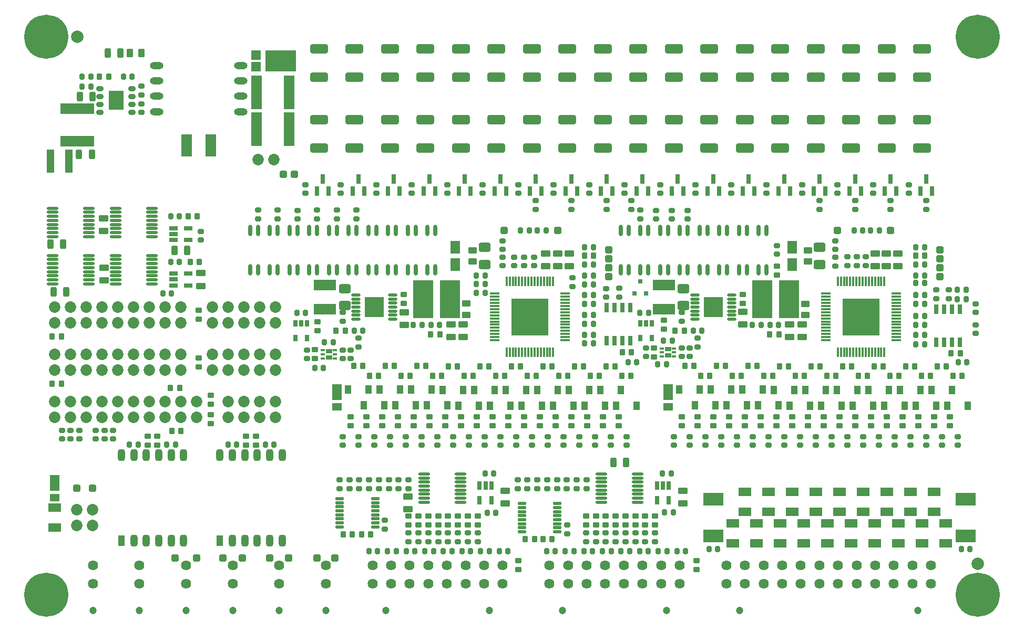
<source format=gts>
G04*
G04 #@! TF.GenerationSoftware,Altium Limited,Altium Designer,21.4.1 (30)*
G04*
G04 Layer_Color=8388736*
%FSLAX25Y25*%
%MOIN*%
G70*
G04*
G04 #@! TF.SameCoordinates,3F7B9525-E0B4-4A28-A4E6-3C1D8492A5F8*
G04*
G04*
G04 #@! TF.FilePolarity,Negative*
G04*
G01*
G75*
G04:AMPARAMS|DCode=63|XSize=61.09mil|YSize=39.43mil|CornerRadius=9.09mil|HoleSize=0mil|Usage=FLASHONLY|Rotation=270.000|XOffset=0mil|YOffset=0mil|HoleType=Round|Shape=RoundedRectangle|*
%AMROUNDEDRECTD63*
21,1,0.06109,0.02126,0,0,270.0*
21,1,0.04291,0.03943,0,0,270.0*
1,1,0.01817,-0.01063,-0.02146*
1,1,0.01817,-0.01063,0.02146*
1,1,0.01817,0.01063,0.02146*
1,1,0.01817,0.01063,-0.02146*
%
%ADD63ROUNDEDRECTD63*%
%ADD64R,0.21660X0.06502*%
%ADD65R,0.06502X0.21660*%
G04:AMPARAMS|DCode=66|XSize=39.43mil|YSize=31.56mil|CornerRadius=8.89mil|HoleSize=0mil|Usage=FLASHONLY|Rotation=0.000|XOffset=0mil|YOffset=0mil|HoleType=Round|Shape=RoundedRectangle|*
%AMROUNDEDRECTD66*
21,1,0.03943,0.01378,0,0,0.0*
21,1,0.02165,0.03156,0,0,0.0*
1,1,0.01778,0.01083,-0.00689*
1,1,0.01778,-0.01083,-0.00689*
1,1,0.01778,-0.01083,0.00689*
1,1,0.01778,0.01083,0.00689*
%
%ADD66ROUNDEDRECTD66*%
G04:AMPARAMS|DCode=67|XSize=41.4mil|YSize=33.53mil|CornerRadius=9.38mil|HoleSize=0mil|Usage=FLASHONLY|Rotation=0.000|XOffset=0mil|YOffset=0mil|HoleType=Round|Shape=RoundedRectangle|*
%AMROUNDEDRECTD67*
21,1,0.04140,0.01476,0,0,0.0*
21,1,0.02264,0.03353,0,0,0.0*
1,1,0.01876,0.01132,-0.00738*
1,1,0.01876,-0.01132,-0.00738*
1,1,0.01876,-0.01132,0.00738*
1,1,0.01876,0.01132,0.00738*
%
%ADD67ROUNDEDRECTD67*%
%ADD68R,0.08392X0.05518*%
%ADD69R,0.12802X0.08117*%
G04:AMPARAMS|DCode=70|XSize=61.09mil|YSize=39.43mil|CornerRadius=9.09mil|HoleSize=0mil|Usage=FLASHONLY|Rotation=0.000|XOffset=0mil|YOffset=0mil|HoleType=Round|Shape=RoundedRectangle|*
%AMROUNDEDRECTD70*
21,1,0.06109,0.02126,0,0,0.0*
21,1,0.04291,0.03943,0,0,0.0*
1,1,0.01817,0.02146,-0.01063*
1,1,0.01817,-0.02146,-0.01063*
1,1,0.01817,-0.02146,0.01063*
1,1,0.01817,0.02146,0.01063*
%
%ADD70ROUNDEDRECTD70*%
G04:AMPARAMS|DCode=71|XSize=39.43mil|YSize=31.56mil|CornerRadius=8.89mil|HoleSize=0mil|Usage=FLASHONLY|Rotation=270.000|XOffset=0mil|YOffset=0mil|HoleType=Round|Shape=RoundedRectangle|*
%AMROUNDEDRECTD71*
21,1,0.03943,0.01378,0,0,270.0*
21,1,0.02165,0.03156,0,0,270.0*
1,1,0.01778,-0.00689,-0.01083*
1,1,0.01778,-0.00689,0.01083*
1,1,0.01778,0.00689,0.01083*
1,1,0.01778,0.00689,-0.01083*
%
%ADD71ROUNDEDRECTD71*%
G04:AMPARAMS|DCode=72|XSize=43.37mil|YSize=43.37mil|CornerRadius=5.94mil|HoleSize=0mil|Usage=FLASHONLY|Rotation=180.000|XOffset=0mil|YOffset=0mil|HoleType=Round|Shape=RoundedRectangle|*
%AMROUNDEDRECTD72*
21,1,0.04337,0.03150,0,0,180.0*
21,1,0.03150,0.04337,0,0,180.0*
1,1,0.01187,-0.01575,0.01575*
1,1,0.01187,0.01575,0.01575*
1,1,0.01187,0.01575,-0.01575*
1,1,0.01187,-0.01575,-0.01575*
%
%ADD72ROUNDEDRECTD72*%
%ADD73O,0.02762X0.07290*%
G04:AMPARAMS|DCode=74|XSize=74.87mil|YSize=57.15mil|CornerRadius=9.97mil|HoleSize=0mil|Usage=FLASHONLY|Rotation=180.000|XOffset=0mil|YOffset=0mil|HoleType=Round|Shape=RoundedRectangle|*
%AMROUNDEDRECTD74*
21,1,0.07487,0.03720,0,0,180.0*
21,1,0.05492,0.05715,0,0,180.0*
1,1,0.01995,-0.02746,0.01860*
1,1,0.01995,0.02746,0.01860*
1,1,0.01995,0.02746,-0.01860*
1,1,0.01995,-0.02746,-0.01860*
%
%ADD74ROUNDEDRECTD74*%
G04:AMPARAMS|DCode=75|XSize=41.4mil|YSize=33.53mil|CornerRadius=9.38mil|HoleSize=0mil|Usage=FLASHONLY|Rotation=90.000|XOffset=0mil|YOffset=0mil|HoleType=Round|Shape=RoundedRectangle|*
%AMROUNDEDRECTD75*
21,1,0.04140,0.01476,0,0,90.0*
21,1,0.02264,0.03353,0,0,90.0*
1,1,0.01876,0.00738,0.01132*
1,1,0.01876,0.00738,-0.01132*
1,1,0.01876,-0.00738,-0.01132*
1,1,0.01876,-0.00738,0.01132*
%
%ADD75ROUNDEDRECTD75*%
%ADD76R,0.03983X0.05203*%
%ADD77R,0.12998X0.24022*%
%ADD78R,0.14179X0.06699*%
%ADD79R,0.23392X0.23392*%
%ADD80R,0.01581X0.05912*%
%ADD81R,0.05912X0.01581*%
%ADD82O,0.07684X0.01778*%
%ADD83R,0.06109X0.08471*%
%ADD84R,0.02762X0.05912*%
G04:AMPARAMS|DCode=85|XSize=55.18mil|YSize=41.4mil|CornerRadius=9.48mil|HoleSize=0mil|Usage=FLASHONLY|Rotation=0.000|XOffset=0mil|YOffset=0mil|HoleType=Round|Shape=RoundedRectangle|*
%AMROUNDEDRECTD85*
21,1,0.05518,0.02244,0,0,0.0*
21,1,0.03622,0.04140,0,0,0.0*
1,1,0.01896,0.01811,-0.01122*
1,1,0.01896,-0.01811,-0.01122*
1,1,0.01896,-0.01811,0.01122*
1,1,0.01896,0.01811,0.01122*
%
%ADD85ROUNDEDRECTD85*%
G04:AMPARAMS|DCode=86|XSize=43.37mil|YSize=43.37mil|CornerRadius=5.94mil|HoleSize=0mil|Usage=FLASHONLY|Rotation=90.000|XOffset=0mil|YOffset=0mil|HoleType=Round|Shape=RoundedRectangle|*
%AMROUNDEDRECTD86*
21,1,0.04337,0.03150,0,0,90.0*
21,1,0.03150,0.04337,0,0,90.0*
1,1,0.01187,0.01575,0.01575*
1,1,0.01187,0.01575,-0.01575*
1,1,0.01187,-0.01575,-0.01575*
1,1,0.01187,-0.01575,0.01575*
%
%ADD86ROUNDEDRECTD86*%
%ADD87R,0.06699X0.14179*%
%ADD88R,0.06306X0.09849*%
%ADD89R,0.06306X0.04534*%
G04:AMPARAMS|DCode=90|XSize=27.62mil|YSize=63.06mil|CornerRadius=7.91mil|HoleSize=0mil|Usage=FLASHONLY|Rotation=0.000|XOffset=0mil|YOffset=0mil|HoleType=Round|Shape=RoundedRectangle|*
%AMROUNDEDRECTD90*
21,1,0.02762,0.04724,0,0,0.0*
21,1,0.01181,0.06306,0,0,0.0*
1,1,0.01581,0.00591,-0.02362*
1,1,0.01581,-0.00591,-0.02362*
1,1,0.01581,-0.00591,0.02362*
1,1,0.01581,0.00591,0.02362*
%
%ADD90ROUNDEDRECTD90*%
%ADD91R,0.02762X0.03156*%
%ADD92R,0.02959X0.03943*%
%ADD93R,0.05518X0.03156*%
%ADD94R,0.03156X0.05518*%
%ADD95R,0.04400X0.07150*%
G04:AMPARAMS|DCode=96|XSize=71.5mil|YSize=44mil|CornerRadius=12mil|HoleSize=0mil|Usage=FLASHONLY|Rotation=90.000|XOffset=0mil|YOffset=0mil|HoleType=Round|Shape=RoundedRectangle|*
%AMROUNDEDRECTD96*
21,1,0.07150,0.02000,0,0,90.0*
21,1,0.04750,0.04400,0,0,90.0*
1,1,0.02400,0.01000,0.02375*
1,1,0.02400,0.01000,-0.02375*
1,1,0.02400,-0.01000,-0.02375*
1,1,0.02400,-0.01000,0.02375*
%
%ADD96ROUNDEDRECTD96*%
%ADD97O,0.08589X0.04613*%
G04:AMPARAMS|DCode=98|XSize=110.3mil|YSize=57.15mil|CornerRadius=9.97mil|HoleSize=0mil|Usage=FLASHONLY|Rotation=180.000|XOffset=0mil|YOffset=0mil|HoleType=Round|Shape=RoundedRectangle|*
%AMROUNDEDRECTD98*
21,1,0.11030,0.03720,0,0,180.0*
21,1,0.09035,0.05715,0,0,180.0*
1,1,0.01995,-0.04518,0.01860*
1,1,0.01995,0.04518,0.01860*
1,1,0.01995,0.04518,-0.01860*
1,1,0.01995,-0.04518,-0.01860*
%
%ADD98ROUNDEDRECTD98*%
G04:AMPARAMS|DCode=99|XSize=55.18mil|YSize=41.4mil|CornerRadius=9.48mil|HoleSize=0mil|Usage=FLASHONLY|Rotation=270.000|XOffset=0mil|YOffset=0mil|HoleType=Round|Shape=RoundedRectangle|*
%AMROUNDEDRECTD99*
21,1,0.05518,0.02244,0,0,270.0*
21,1,0.03622,0.04140,0,0,270.0*
1,1,0.01896,-0.01122,-0.01811*
1,1,0.01896,-0.01122,0.01811*
1,1,0.01896,0.01122,0.01811*
1,1,0.01896,0.01122,-0.01811*
%
%ADD99ROUNDEDRECTD99*%
%ADD100R,0.04731X0.14967*%
%ADD101O,0.04900X0.03392*%
%ADD102R,0.09298X0.12172*%
%ADD103R,0.19534X0.13628*%
%ADD104R,0.05872X0.05912*%
%ADD105R,0.03156X0.01581*%
%ADD106R,0.04337X0.03038*%
%ADD107R,0.12211X0.12605*%
%ADD108O,0.05912X0.02172*%
G04:AMPARAMS|DCode=109|XSize=19.75mil|YSize=51.24mil|CornerRadius=3.97mil|HoleSize=0mil|Usage=FLASHONLY|Rotation=270.000|XOffset=0mil|YOffset=0mil|HoleType=Round|Shape=RoundedRectangle|*
%AMROUNDEDRECTD109*
21,1,0.01975,0.04331,0,0,270.0*
21,1,0.01181,0.05124,0,0,270.0*
1,1,0.00794,-0.02165,-0.00591*
1,1,0.00794,-0.02165,0.00591*
1,1,0.00794,0.02165,0.00591*
1,1,0.00794,0.02165,-0.00591*
%
%ADD109ROUNDEDRECTD109*%
%ADD110C,0.07874*%
%ADD111C,0.04737*%
%ADD112C,0.06400*%
%ADD113C,0.07290*%
%ADD114C,0.27959*%
D63*
X48410Y299375D02*
D03*
X40340D02*
D03*
X32249Y212079D02*
D03*
X24178D02*
D03*
X108956Y238451D02*
D03*
X100886D02*
D03*
X379090Y103750D02*
D03*
X387160D02*
D03*
X30236Y242329D02*
D03*
X22166D02*
D03*
X66535Y363750D02*
D03*
X58465D02*
D03*
X40965Y336250D02*
D03*
X49035D02*
D03*
D64*
X39375Y307790D02*
D03*
Y328460D02*
D03*
D65*
X152790Y315625D02*
D03*
X173460D02*
D03*
X152790Y338750D02*
D03*
X173460D02*
D03*
D66*
X293125Y53494D02*
D03*
Y59006D02*
D03*
X286875Y53494D02*
D03*
Y59006D02*
D03*
X280625Y53494D02*
D03*
Y59006D02*
D03*
X274375Y53494D02*
D03*
Y59006D02*
D03*
X268125Y53494D02*
D03*
Y59006D02*
D03*
X261875Y53494D02*
D03*
Y59006D02*
D03*
X255625Y53494D02*
D03*
Y59006D02*
D03*
X249375Y53494D02*
D03*
Y59006D02*
D03*
X405625Y53494D02*
D03*
Y59006D02*
D03*
X399375Y53494D02*
D03*
Y59006D02*
D03*
X393125Y53494D02*
D03*
Y59006D02*
D03*
X386875Y53494D02*
D03*
Y59006D02*
D03*
X380625Y53494D02*
D03*
Y59006D02*
D03*
X374375Y53494D02*
D03*
Y59006D02*
D03*
X368125Y53494D02*
D03*
Y59006D02*
D03*
X361875Y53494D02*
D03*
Y59006D02*
D03*
X543750Y280256D02*
D03*
Y274744D02*
D03*
X566606Y280256D02*
D03*
Y274744D02*
D03*
X453750Y280256D02*
D03*
Y274744D02*
D03*
X431250Y280256D02*
D03*
Y274744D02*
D03*
X520000Y239119D02*
D03*
Y244631D02*
D03*
X408750Y280256D02*
D03*
Y274744D02*
D03*
X386250Y280256D02*
D03*
Y274744D02*
D03*
X483022Y235994D02*
D03*
Y241506D02*
D03*
X567421Y114695D02*
D03*
Y120207D02*
D03*
X587421Y114695D02*
D03*
Y120207D02*
D03*
X273750Y280256D02*
D03*
Y274744D02*
D03*
X251250Y280256D02*
D03*
Y274744D02*
D03*
X517421Y114695D02*
D03*
Y120207D02*
D03*
X497421Y114695D02*
D03*
Y120207D02*
D03*
X328750Y228691D02*
D03*
Y234203D02*
D03*
X228750Y280256D02*
D03*
Y274744D02*
D03*
X206250Y280256D02*
D03*
Y274744D02*
D03*
X477421Y114695D02*
D03*
Y120207D02*
D03*
X457500Y114744D02*
D03*
Y120256D02*
D03*
X362165Y87247D02*
D03*
Y92759D02*
D03*
X349665Y87247D02*
D03*
Y92759D02*
D03*
X337165Y87247D02*
D03*
Y92759D02*
D03*
X324665Y87247D02*
D03*
Y92759D02*
D03*
X382766Y208807D02*
D03*
Y214319D02*
D03*
X367421Y114695D02*
D03*
Y120207D02*
D03*
X347421Y114695D02*
D03*
Y120207D02*
D03*
X327421Y114695D02*
D03*
Y120207D02*
D03*
X62000Y118744D02*
D03*
Y124256D02*
D03*
X56500Y118744D02*
D03*
Y124256D02*
D03*
X532500Y270000D02*
D03*
Y264488D02*
D03*
X498750Y280256D02*
D03*
Y274744D02*
D03*
X476250Y280256D02*
D03*
Y274744D02*
D03*
X577500Y270000D02*
D03*
Y264488D02*
D03*
X591875Y207869D02*
D03*
Y213381D02*
D03*
X390689Y270000D02*
D03*
Y264488D02*
D03*
X352500Y270000D02*
D03*
Y264488D02*
D03*
X426250Y263957D02*
D03*
Y258445D02*
D03*
X406250Y263957D02*
D03*
Y258445D02*
D03*
X296250Y280256D02*
D03*
Y274744D02*
D03*
X547421Y114695D02*
D03*
Y120207D02*
D03*
X533449Y234400D02*
D03*
Y228888D02*
D03*
X520000Y228494D02*
D03*
Y234006D02*
D03*
X216250Y264006D02*
D03*
Y258494D02*
D03*
X308750Y239119D02*
D03*
Y244631D02*
D03*
X316250Y228691D02*
D03*
Y234203D02*
D03*
X191250Y264006D02*
D03*
Y258494D02*
D03*
X437500Y114744D02*
D03*
Y120256D02*
D03*
X166250Y264006D02*
D03*
Y258494D02*
D03*
X417500Y114744D02*
D03*
Y120256D02*
D03*
X318415Y87247D02*
D03*
Y92759D02*
D03*
X377421Y114695D02*
D03*
Y120207D02*
D03*
X205531Y87146D02*
D03*
Y92658D02*
D03*
X218031Y87146D02*
D03*
Y92658D02*
D03*
X422500Y193494D02*
D03*
Y199006D02*
D03*
X117500Y250541D02*
D03*
Y245029D02*
D03*
X243031Y87146D02*
D03*
Y92658D02*
D03*
X230531Y87146D02*
D03*
Y92658D02*
D03*
X307421Y114695D02*
D03*
Y120207D02*
D03*
X287421Y114695D02*
D03*
Y120207D02*
D03*
X267421Y114695D02*
D03*
Y120207D02*
D03*
X257500Y114744D02*
D03*
Y120256D02*
D03*
X237500Y114744D02*
D03*
Y120256D02*
D03*
X217500Y114744D02*
D03*
Y120256D02*
D03*
X35000Y118744D02*
D03*
Y124256D02*
D03*
X29500Y118744D02*
D03*
Y124256D02*
D03*
X583750Y207869D02*
D03*
Y213381D02*
D03*
X330000Y270000D02*
D03*
Y264488D02*
D03*
X527500Y228888D02*
D03*
Y234400D02*
D03*
X557421Y114695D02*
D03*
Y120207D02*
D03*
X577421Y114695D02*
D03*
Y120207D02*
D03*
X527421Y114695D02*
D03*
Y120207D02*
D03*
X507421Y114695D02*
D03*
Y120207D02*
D03*
X597421Y114695D02*
D03*
Y120207D02*
D03*
X487421Y114695D02*
D03*
Y120207D02*
D03*
X467500Y114744D02*
D03*
Y120256D02*
D03*
X447500Y114744D02*
D03*
Y120256D02*
D03*
X355915Y87247D02*
D03*
Y92759D02*
D03*
X343415Y87247D02*
D03*
Y92759D02*
D03*
X330915Y87247D02*
D03*
Y92759D02*
D03*
X357421Y114695D02*
D03*
Y120207D02*
D03*
X337421Y114695D02*
D03*
Y120207D02*
D03*
X207500Y193494D02*
D03*
Y199006D02*
D03*
X40500Y118744D02*
D03*
Y124256D02*
D03*
X510000Y270000D02*
D03*
Y264488D02*
D03*
X521250Y280256D02*
D03*
Y274744D02*
D03*
X555000Y270000D02*
D03*
Y264488D02*
D03*
X375000Y270000D02*
D03*
Y264488D02*
D03*
X416250Y263957D02*
D03*
Y258445D02*
D03*
X396229Y264006D02*
D03*
Y258494D02*
D03*
X363750Y280256D02*
D03*
Y274744D02*
D03*
X341250Y280256D02*
D03*
Y274744D02*
D03*
X318750Y280256D02*
D03*
Y274744D02*
D03*
X537421Y114695D02*
D03*
Y120207D02*
D03*
X539094Y228888D02*
D03*
Y234400D02*
D03*
X203750Y264006D02*
D03*
Y258494D02*
D03*
X308750Y228691D02*
D03*
Y234203D02*
D03*
X178750Y263957D02*
D03*
Y258445D02*
D03*
X183750Y280256D02*
D03*
Y274744D02*
D03*
X427500Y114744D02*
D03*
Y120256D02*
D03*
X322500Y234203D02*
D03*
Y228691D02*
D03*
X374547Y208794D02*
D03*
Y214306D02*
D03*
X153750Y264006D02*
D03*
Y258494D02*
D03*
X387421Y114695D02*
D03*
Y120207D02*
D03*
X211781Y87146D02*
D03*
Y92658D02*
D03*
X249281Y87146D02*
D03*
Y92658D02*
D03*
X224281Y87146D02*
D03*
Y92658D02*
D03*
X236781Y87146D02*
D03*
Y92658D02*
D03*
X317421Y114695D02*
D03*
Y120207D02*
D03*
X297421Y114695D02*
D03*
Y120207D02*
D03*
X277421Y114695D02*
D03*
Y120207D02*
D03*
X227500Y114744D02*
D03*
Y120256D02*
D03*
X247500Y114744D02*
D03*
Y120256D02*
D03*
X207500Y114744D02*
D03*
Y120256D02*
D03*
X51000Y118744D02*
D03*
Y124256D02*
D03*
X80000Y325994D02*
D03*
Y331506D02*
D03*
X234375Y67131D02*
D03*
Y61619D02*
D03*
X350000Y64006D02*
D03*
Y58494D02*
D03*
X353250Y221072D02*
D03*
Y215560D02*
D03*
X609000Y204506D02*
D03*
Y198994D02*
D03*
Y191256D02*
D03*
Y185744D02*
D03*
X432500Y182756D02*
D03*
Y177244D02*
D03*
X217500D02*
D03*
Y182756D02*
D03*
X184990Y175256D02*
D03*
Y169744D02*
D03*
X212500Y175256D02*
D03*
Y169744D02*
D03*
X207500Y175256D02*
D03*
Y169744D02*
D03*
X400000Y176506D02*
D03*
Y170994D02*
D03*
X427500Y176506D02*
D03*
Y170994D02*
D03*
X422500Y176506D02*
D03*
Y170994D02*
D03*
X80000Y342756D02*
D03*
Y337244D02*
D03*
D67*
X249375Y64021D02*
D03*
Y69729D02*
D03*
X255625Y64021D02*
D03*
Y69729D02*
D03*
X261875Y64021D02*
D03*
Y69729D02*
D03*
X268125Y64021D02*
D03*
Y69729D02*
D03*
X274375Y64021D02*
D03*
Y69729D02*
D03*
X280625Y64021D02*
D03*
Y69729D02*
D03*
X286875Y64021D02*
D03*
Y69729D02*
D03*
X293125Y64021D02*
D03*
Y69729D02*
D03*
X361875Y64021D02*
D03*
Y69729D02*
D03*
X368125Y64021D02*
D03*
Y69729D02*
D03*
X374375Y64021D02*
D03*
Y69729D02*
D03*
X380625Y64021D02*
D03*
Y69729D02*
D03*
X386875Y64021D02*
D03*
Y69729D02*
D03*
X393125Y64021D02*
D03*
Y69729D02*
D03*
X399375Y64021D02*
D03*
Y69729D02*
D03*
X405625Y64021D02*
D03*
Y69729D02*
D03*
X318750Y35896D02*
D03*
Y41604D02*
D03*
X592421Y132805D02*
D03*
Y127097D02*
D03*
X483022Y222702D02*
D03*
Y228411D02*
D03*
X462500Y132854D02*
D03*
Y127146D02*
D03*
X442500Y132854D02*
D03*
Y127146D02*
D03*
X461250Y210354D02*
D03*
Y204646D02*
D03*
X422500Y132854D02*
D03*
Y127146D02*
D03*
X372421Y132805D02*
D03*
Y127097D02*
D03*
X352421Y132805D02*
D03*
Y127097D02*
D03*
X116250Y194646D02*
D03*
Y200354D02*
D03*
X262500Y132854D02*
D03*
Y127146D02*
D03*
X242500Y132854D02*
D03*
Y127146D02*
D03*
X222500Y132854D02*
D03*
Y127146D02*
D03*
X431875Y35896D02*
D03*
Y41604D02*
D03*
X582421Y132805D02*
D03*
Y127097D02*
D03*
X562421Y132805D02*
D03*
Y127097D02*
D03*
X542421Y132805D02*
D03*
Y127097D02*
D03*
X522421Y132805D02*
D03*
Y127097D02*
D03*
X502421Y132805D02*
D03*
Y127097D02*
D03*
X482500Y132854D02*
D03*
Y127146D02*
D03*
X411250Y194104D02*
D03*
Y188396D02*
D03*
X342421Y132805D02*
D03*
Y127097D02*
D03*
X322421Y132805D02*
D03*
Y127097D02*
D03*
X302421Y132805D02*
D03*
Y127097D02*
D03*
X282421Y132805D02*
D03*
Y127097D02*
D03*
X191644Y193209D02*
D03*
Y187500D02*
D03*
X146250Y120354D02*
D03*
Y114646D02*
D03*
X123750Y134104D02*
D03*
Y128396D02*
D03*
X90000Y120354D02*
D03*
Y114646D02*
D03*
X472500Y132854D02*
D03*
Y127146D02*
D03*
X452500Y132854D02*
D03*
Y127146D02*
D03*
X432500Y132854D02*
D03*
Y127146D02*
D03*
X382421Y132805D02*
D03*
Y127097D02*
D03*
X362421Y132805D02*
D03*
Y127097D02*
D03*
X116171Y164597D02*
D03*
Y170305D02*
D03*
X246250Y210354D02*
D03*
Y204646D02*
D03*
X252500Y132854D02*
D03*
Y127146D02*
D03*
X232500Y132854D02*
D03*
Y127146D02*
D03*
X212500Y132854D02*
D03*
Y127146D02*
D03*
X123750Y140896D02*
D03*
Y146604D02*
D03*
X572421Y132805D02*
D03*
Y127097D02*
D03*
X552421Y132805D02*
D03*
Y127097D02*
D03*
X532421Y132805D02*
D03*
Y127097D02*
D03*
X512421Y132805D02*
D03*
Y127097D02*
D03*
X492421Y132805D02*
D03*
Y127097D02*
D03*
X332421Y132805D02*
D03*
Y127097D02*
D03*
X312421Y132805D02*
D03*
Y127097D02*
D03*
X292421Y132805D02*
D03*
Y127097D02*
D03*
X272421Y132805D02*
D03*
Y127097D02*
D03*
X152500Y120354D02*
D03*
Y114646D02*
D03*
X83750Y120354D02*
D03*
Y114646D02*
D03*
X190000Y169646D02*
D03*
Y175354D02*
D03*
X405000Y170896D02*
D03*
Y176604D02*
D03*
D68*
X485000Y65010D02*
D03*
Y52490D02*
D03*
X470000Y65010D02*
D03*
Y52490D02*
D03*
X560000Y65010D02*
D03*
Y52490D02*
D03*
X545000Y65010D02*
D03*
Y52490D02*
D03*
X530000Y65010D02*
D03*
Y52490D02*
D03*
X515000Y65010D02*
D03*
Y52490D02*
D03*
X500000Y65010D02*
D03*
Y52490D02*
D03*
X455000Y65010D02*
D03*
Y52490D02*
D03*
X590000Y65010D02*
D03*
Y52490D02*
D03*
X575000Y65010D02*
D03*
Y52490D02*
D03*
X567500Y85010D02*
D03*
Y72490D02*
D03*
X552500Y85010D02*
D03*
Y72490D02*
D03*
X537500Y85010D02*
D03*
Y72490D02*
D03*
X522500Y85010D02*
D03*
Y72490D02*
D03*
X507500Y85010D02*
D03*
Y72490D02*
D03*
X492500Y85010D02*
D03*
Y72490D02*
D03*
X477500Y85010D02*
D03*
Y72490D02*
D03*
X462500Y85010D02*
D03*
Y72490D02*
D03*
X582500Y85010D02*
D03*
Y72490D02*
D03*
X24921Y62490D02*
D03*
Y75010D02*
D03*
D69*
X442421Y80315D02*
D03*
Y57087D02*
D03*
X602500Y80364D02*
D03*
Y57136D02*
D03*
D70*
X423125Y77840D02*
D03*
Y85910D02*
D03*
X545250Y228465D02*
D03*
Y236535D02*
D03*
X336250Y228465D02*
D03*
Y236535D02*
D03*
X498750Y191535D02*
D03*
Y183465D02*
D03*
X117500Y224035D02*
D03*
Y215965D02*
D03*
X276250Y191535D02*
D03*
Y183465D02*
D03*
X246500Y199285D02*
D03*
Y191215D02*
D03*
X491000Y191535D02*
D03*
Y183465D02*
D03*
X461250Y199535D02*
D03*
Y191465D02*
D03*
X56321Y227629D02*
D03*
Y219559D02*
D03*
X559566Y228465D02*
D03*
Y236535D02*
D03*
X552250Y228465D02*
D03*
Y236535D02*
D03*
X351250Y228465D02*
D03*
Y236535D02*
D03*
X343750Y228465D02*
D03*
Y236535D02*
D03*
X310625Y77840D02*
D03*
Y85910D02*
D03*
X248750Y82160D02*
D03*
Y74090D02*
D03*
X56000Y258831D02*
D03*
Y250760D02*
D03*
X284000Y191535D02*
D03*
Y183465D02*
D03*
D71*
X417121Y72231D02*
D03*
X411609D02*
D03*
X576506Y217875D02*
D03*
X570994D02*
D03*
X576506Y222500D02*
D03*
X570994D02*
D03*
X576506Y178750D02*
D03*
X570994D02*
D03*
X576506Y240625D02*
D03*
X570994D02*
D03*
X576506Y191250D02*
D03*
X570994D02*
D03*
X576506Y196875D02*
D03*
X570994D02*
D03*
X320369Y251250D02*
D03*
X325881D02*
D03*
X365957Y47483D02*
D03*
X360445D02*
D03*
X366506Y216875D02*
D03*
X360994D02*
D03*
X366506Y229375D02*
D03*
X360994D02*
D03*
X300518Y47382D02*
D03*
X295006D02*
D03*
X472756Y191250D02*
D03*
X467244D02*
D03*
X366427Y179547D02*
D03*
X360915D02*
D03*
X304621Y71875D02*
D03*
X299109D02*
D03*
X276896Y47382D02*
D03*
X271384D02*
D03*
X429744Y187500D02*
D03*
X435256D02*
D03*
X253273Y47382D02*
D03*
X247761D02*
D03*
X229651D02*
D03*
X224139D02*
D03*
X98494Y260000D02*
D03*
X104006D02*
D03*
X98415Y231201D02*
D03*
X103927D02*
D03*
X388415Y167500D02*
D03*
X393927D02*
D03*
X214744Y187500D02*
D03*
X220256D02*
D03*
X257756Y191250D02*
D03*
X252244D02*
D03*
X134744Y115000D02*
D03*
X140256D02*
D03*
X576506Y210000D02*
D03*
X570994D02*
D03*
X531811Y251250D02*
D03*
X537323D02*
D03*
X547756Y251250D02*
D03*
X542244D02*
D03*
X576506Y204375D02*
D03*
X570994D02*
D03*
X413201Y47483D02*
D03*
X407689D02*
D03*
X389579D02*
D03*
X384067D02*
D03*
X336506Y251250D02*
D03*
X330994D02*
D03*
X342335Y47483D02*
D03*
X336823D02*
D03*
X597869Y167375D02*
D03*
X603381D02*
D03*
X366506Y222500D02*
D03*
X360994D02*
D03*
X410369Y96875D02*
D03*
X415881D02*
D03*
X484006Y191250D02*
D03*
X478494D02*
D03*
X366506Y197500D02*
D03*
X360994D02*
D03*
X395994Y198750D02*
D03*
X401506D02*
D03*
X366506Y191875D02*
D03*
X360994D02*
D03*
X265085Y47382D02*
D03*
X259573D02*
D03*
X425012Y47483D02*
D03*
X419500D02*
D03*
X576506Y184705D02*
D03*
X570994D02*
D03*
X576506Y229375D02*
D03*
X570994D02*
D03*
X377768Y47483D02*
D03*
X372256D02*
D03*
X312329Y47382D02*
D03*
X306817D02*
D03*
X366506Y240625D02*
D03*
X360994D02*
D03*
X366427Y184921D02*
D03*
X360915D02*
D03*
X366506Y210000D02*
D03*
X360994D02*
D03*
X288707Y47382D02*
D03*
X283195D02*
D03*
X297869Y96875D02*
D03*
X303381D02*
D03*
X241462Y47382D02*
D03*
X235950D02*
D03*
X99006Y211250D02*
D03*
X93494D02*
D03*
X269006Y191250D02*
D03*
X263494D02*
D03*
X72244Y115000D02*
D03*
X77756D02*
D03*
X401390Y47483D02*
D03*
X395878D02*
D03*
X354146D02*
D03*
X348634D02*
D03*
X366506Y204375D02*
D03*
X360994D02*
D03*
X178494Y198750D02*
D03*
X184006D02*
D03*
X158494Y115000D02*
D03*
X164006D02*
D03*
X95994D02*
D03*
X101506D02*
D03*
X47756Y348750D02*
D03*
X42244D02*
D03*
X42244Y342500D02*
D03*
X47756D02*
D03*
X292244Y222500D02*
D03*
X297756D02*
D03*
X292244Y217000D02*
D03*
X297756D02*
D03*
X292244Y211500D02*
D03*
X297756D02*
D03*
X597369Y213381D02*
D03*
X602881D02*
D03*
X597369Y207341D02*
D03*
X602881D02*
D03*
X195994Y180000D02*
D03*
X201506D02*
D03*
X410994Y181250D02*
D03*
X416506D02*
D03*
X189744Y163750D02*
D03*
X195256D02*
D03*
X407244Y166250D02*
D03*
X412756D02*
D03*
X68494Y348750D02*
D03*
X74006D02*
D03*
X605256Y48750D02*
D03*
X599744D02*
D03*
X445335Y48799D02*
D03*
X439823D02*
D03*
D72*
X555000Y251250D02*
D03*
X586171Y233125D02*
D03*
X376250Y221875D02*
D03*
X343750Y251250D02*
D03*
X376250Y233125D02*
D03*
X586171Y221875D02*
D03*
X521250Y251250D02*
D03*
X376250Y238750D02*
D03*
Y227500D02*
D03*
X586250Y238750D02*
D03*
Y227500D02*
D03*
X310000Y251250D02*
D03*
D73*
X471250Y226250D02*
D03*
X476250D02*
D03*
X471250Y251250D02*
D03*
X476250D02*
D03*
X446250Y226250D02*
D03*
X451250D02*
D03*
X446250Y251250D02*
D03*
X451250D02*
D03*
X261250Y226250D02*
D03*
X266250D02*
D03*
X261250Y251250D02*
D03*
X266250D02*
D03*
X421250Y226250D02*
D03*
X426250D02*
D03*
X421250Y251250D02*
D03*
X426250D02*
D03*
X396250Y226250D02*
D03*
X401250D02*
D03*
X396250Y251250D02*
D03*
X401250D02*
D03*
X236250Y226250D02*
D03*
X241250D02*
D03*
X236250Y251250D02*
D03*
X241250D02*
D03*
X161250Y226250D02*
D03*
X166250D02*
D03*
X161250Y251250D02*
D03*
X166250D02*
D03*
X186250Y226250D02*
D03*
X191250D02*
D03*
X186250Y251250D02*
D03*
X191250D02*
D03*
X211250Y226250D02*
D03*
X216250D02*
D03*
X211250Y251250D02*
D03*
X216250D02*
D03*
X198750Y226250D02*
D03*
X203750D02*
D03*
X198750Y251250D02*
D03*
X203750D02*
D03*
X173750Y226250D02*
D03*
X178750D02*
D03*
X173750Y251250D02*
D03*
X178750D02*
D03*
X458750Y226250D02*
D03*
X463750D02*
D03*
X458750Y251250D02*
D03*
X463750D02*
D03*
X433750Y226250D02*
D03*
X438750D02*
D03*
X433750Y251250D02*
D03*
X438750D02*
D03*
X248750Y226250D02*
D03*
X253750D02*
D03*
X248750Y251250D02*
D03*
X253750D02*
D03*
X408750Y226250D02*
D03*
X413750D02*
D03*
X408750Y251250D02*
D03*
X413750D02*
D03*
X383750Y226250D02*
D03*
X388750D02*
D03*
X383750Y251250D02*
D03*
X388750D02*
D03*
X223750Y226250D02*
D03*
X228750D02*
D03*
X223750Y251250D02*
D03*
X228750D02*
D03*
X148750Y226250D02*
D03*
X153750D02*
D03*
X148750Y251250D02*
D03*
X153750D02*
D03*
D74*
X510000Y240413D02*
D03*
Y229587D02*
D03*
X297500Y240413D02*
D03*
Y229587D02*
D03*
X208750Y203337D02*
D03*
Y214163D02*
D03*
X423500Y203337D02*
D03*
Y214163D02*
D03*
D75*
X584567Y164951D02*
D03*
X590275D02*
D03*
X599104Y173125D02*
D03*
X593396D02*
D03*
X564567Y164951D02*
D03*
X570275D02*
D03*
X544567D02*
D03*
X550275D02*
D03*
X524567D02*
D03*
X530275D02*
D03*
X484567D02*
D03*
X490275D02*
D03*
X504567D02*
D03*
X510275D02*
D03*
X478396Y185000D02*
D03*
X484104D02*
D03*
X360896Y235000D02*
D03*
X366604D02*
D03*
X214646Y165000D02*
D03*
X220354D02*
D03*
X98396Y151250D02*
D03*
X104104D02*
D03*
X329104Y55000D02*
D03*
X323396D02*
D03*
X534646Y158750D02*
D03*
X540354D02*
D03*
X444646Y165000D02*
D03*
X450354D02*
D03*
X464646D02*
D03*
X470354D02*
D03*
X424646D02*
D03*
X430354D02*
D03*
X384980Y173809D02*
D03*
X390689D02*
D03*
X384646Y158750D02*
D03*
X390354D02*
D03*
X364646D02*
D03*
X370354D02*
D03*
X344646D02*
D03*
X350354D02*
D03*
X324646D02*
D03*
X330354D02*
D03*
X304646D02*
D03*
X310354D02*
D03*
X284646D02*
D03*
X290354D02*
D03*
X264646D02*
D03*
X270354D02*
D03*
X244646D02*
D03*
X250354D02*
D03*
X224646D02*
D03*
X230354D02*
D03*
X574646D02*
D03*
X580354D02*
D03*
X594646D02*
D03*
X600354D02*
D03*
X554695D02*
D03*
X560403D02*
D03*
X514646D02*
D03*
X520354D02*
D03*
X494646D02*
D03*
X500354D02*
D03*
X115354Y260000D02*
D03*
X109646D02*
D03*
X29104Y183750D02*
D03*
X23396D02*
D03*
X116525Y231201D02*
D03*
X110817D02*
D03*
X29104Y153750D02*
D03*
X23396D02*
D03*
X263396Y185000D02*
D03*
X269104D02*
D03*
X570896Y235000D02*
D03*
X576604D02*
D03*
X454646Y158750D02*
D03*
X460354D02*
D03*
X474646D02*
D03*
X480354D02*
D03*
X434646D02*
D03*
X440354D02*
D03*
X374567Y164951D02*
D03*
X380275D02*
D03*
X213479Y58125D02*
D03*
X207771D02*
D03*
X354567Y164951D02*
D03*
X360275D02*
D03*
X334567D02*
D03*
X340275D02*
D03*
X314567D02*
D03*
X320275D02*
D03*
X294567D02*
D03*
X300275D02*
D03*
X274567D02*
D03*
X280275D02*
D03*
X234646Y165000D02*
D03*
X240354D02*
D03*
X254646D02*
D03*
X260354D02*
D03*
X99212Y123750D02*
D03*
X104921D02*
D03*
X203396Y187500D02*
D03*
X209104D02*
D03*
X418396D02*
D03*
X424104D02*
D03*
X225119Y58125D02*
D03*
X219410D02*
D03*
X340354Y55000D02*
D03*
X334646D02*
D03*
X59104Y348750D02*
D03*
X53396D02*
D03*
D76*
X590984Y139951D02*
D03*
X603858D02*
D03*
X530984D02*
D03*
X543858D02*
D03*
X510984D02*
D03*
X523858D02*
D03*
X490984D02*
D03*
X503858D02*
D03*
X460984Y150000D02*
D03*
X473858D02*
D03*
X441063D02*
D03*
X453937D02*
D03*
X421063D02*
D03*
X433937D02*
D03*
X310984Y149951D02*
D03*
X323858D02*
D03*
X290984D02*
D03*
X303858D02*
D03*
X270984D02*
D03*
X283858D02*
D03*
X251063Y150000D02*
D03*
X263937D02*
D03*
X211063D02*
D03*
X223937D02*
D03*
X231063D02*
D03*
X243937D02*
D03*
X570984Y139951D02*
D03*
X583858D02*
D03*
X550984D02*
D03*
X563858D02*
D03*
X370984Y149951D02*
D03*
X383858D02*
D03*
X330984D02*
D03*
X343858D02*
D03*
X350984D02*
D03*
X363858D02*
D03*
X580984D02*
D03*
X593858D02*
D03*
X500984D02*
D03*
X513858D02*
D03*
X520984D02*
D03*
X533858D02*
D03*
X480984D02*
D03*
X493858D02*
D03*
X320984Y139951D02*
D03*
X333858D02*
D03*
X300984D02*
D03*
X313858D02*
D03*
X280984Y139951D02*
D03*
X293858D02*
D03*
X261063Y140000D02*
D03*
X273937D02*
D03*
X241063D02*
D03*
X253937D02*
D03*
X221063D02*
D03*
X233937D02*
D03*
X560984Y149951D02*
D03*
X573858D02*
D03*
X540984D02*
D03*
X553858D02*
D03*
X471063Y140000D02*
D03*
X483937D02*
D03*
X451063D02*
D03*
X463937D02*
D03*
X431063D02*
D03*
X443937D02*
D03*
X380984Y139951D02*
D03*
X393858D02*
D03*
X360984D02*
D03*
X373858D02*
D03*
X340984D02*
D03*
X353858D02*
D03*
D77*
X473535Y207500D02*
D03*
X490465D02*
D03*
X258535D02*
D03*
X275465D02*
D03*
D78*
X411250Y201073D02*
D03*
Y216427D02*
D03*
X196250Y201073D02*
D03*
Y216427D02*
D03*
D79*
X326250Y196250D02*
D03*
X536250D02*
D03*
D80*
X311486Y218691D02*
D03*
X313455D02*
D03*
X315423D02*
D03*
X317392D02*
D03*
X319360D02*
D03*
X321329D02*
D03*
X323297D02*
D03*
X325266D02*
D03*
X327234D02*
D03*
X329203D02*
D03*
X331171D02*
D03*
X333140D02*
D03*
X335108D02*
D03*
X337077D02*
D03*
X339045D02*
D03*
X341014D02*
D03*
Y173809D02*
D03*
X339045D02*
D03*
X337077D02*
D03*
X335108D02*
D03*
X333140D02*
D03*
X331171D02*
D03*
X329203D02*
D03*
X327234D02*
D03*
X325266D02*
D03*
X323297D02*
D03*
X321329D02*
D03*
X319360D02*
D03*
X317392D02*
D03*
X315423D02*
D03*
X313455D02*
D03*
X311486D02*
D03*
X521486Y218691D02*
D03*
X523455D02*
D03*
X525423D02*
D03*
X527392D02*
D03*
X529360D02*
D03*
X531329D02*
D03*
X533297D02*
D03*
X535266D02*
D03*
X537234D02*
D03*
X539203D02*
D03*
X541171D02*
D03*
X543140D02*
D03*
X545108D02*
D03*
X547077D02*
D03*
X549045D02*
D03*
X551014D02*
D03*
Y173809D02*
D03*
X549045D02*
D03*
X547077D02*
D03*
X545108D02*
D03*
X543140D02*
D03*
X541171D02*
D03*
X539203D02*
D03*
X537234D02*
D03*
X535266D02*
D03*
X533297D02*
D03*
X531329D02*
D03*
X529360D02*
D03*
X527392D02*
D03*
X525423D02*
D03*
X523455D02*
D03*
X521486D02*
D03*
D81*
X348691Y211014D02*
D03*
Y209045D02*
D03*
Y207077D02*
D03*
Y205108D02*
D03*
Y203140D02*
D03*
Y201171D02*
D03*
Y199203D02*
D03*
Y197234D02*
D03*
Y195266D02*
D03*
Y193297D02*
D03*
Y191329D02*
D03*
Y189360D02*
D03*
Y187392D02*
D03*
Y185423D02*
D03*
Y183455D02*
D03*
Y181486D02*
D03*
X303809D02*
D03*
Y183455D02*
D03*
Y185423D02*
D03*
Y187392D02*
D03*
Y189360D02*
D03*
Y191329D02*
D03*
Y193297D02*
D03*
Y195266D02*
D03*
Y197234D02*
D03*
Y199203D02*
D03*
Y201171D02*
D03*
Y203140D02*
D03*
Y205108D02*
D03*
Y207077D02*
D03*
Y209045D02*
D03*
Y211014D02*
D03*
X558691D02*
D03*
Y209045D02*
D03*
Y207077D02*
D03*
Y205108D02*
D03*
Y203140D02*
D03*
Y201171D02*
D03*
Y199203D02*
D03*
Y197234D02*
D03*
Y195266D02*
D03*
Y193297D02*
D03*
Y191329D02*
D03*
Y189360D02*
D03*
Y187392D02*
D03*
Y185423D02*
D03*
Y183455D02*
D03*
Y181486D02*
D03*
X513809D02*
D03*
Y183455D02*
D03*
Y185423D02*
D03*
Y187392D02*
D03*
Y189360D02*
D03*
Y191329D02*
D03*
Y193297D02*
D03*
Y195266D02*
D03*
Y197234D02*
D03*
Y199203D02*
D03*
Y201171D02*
D03*
Y203140D02*
D03*
Y205108D02*
D03*
Y207077D02*
D03*
Y209045D02*
D03*
Y211014D02*
D03*
D82*
X46516Y217293D02*
D03*
Y219852D02*
D03*
Y222411D02*
D03*
Y224971D02*
D03*
Y227530D02*
D03*
Y230089D02*
D03*
Y232648D02*
D03*
Y235207D02*
D03*
X23484Y217293D02*
D03*
Y219852D02*
D03*
Y222411D02*
D03*
Y224971D02*
D03*
Y227530D02*
D03*
Y230089D02*
D03*
Y232648D02*
D03*
Y235207D02*
D03*
X282141Y78543D02*
D03*
Y81102D02*
D03*
Y83661D02*
D03*
Y86221D02*
D03*
Y88779D02*
D03*
Y91339D02*
D03*
Y93898D02*
D03*
Y96457D02*
D03*
X259109Y78543D02*
D03*
Y81102D02*
D03*
Y83661D02*
D03*
Y86221D02*
D03*
Y88779D02*
D03*
Y91339D02*
D03*
Y93898D02*
D03*
Y96457D02*
D03*
X86516Y247293D02*
D03*
Y249852D02*
D03*
Y252411D02*
D03*
Y254971D02*
D03*
Y257529D02*
D03*
Y260089D02*
D03*
Y262648D02*
D03*
Y265207D02*
D03*
X63484Y247293D02*
D03*
Y249852D02*
D03*
Y252411D02*
D03*
Y254971D02*
D03*
Y257529D02*
D03*
Y260089D02*
D03*
Y262648D02*
D03*
Y265207D02*
D03*
X86516Y217293D02*
D03*
Y219852D02*
D03*
Y222411D02*
D03*
Y224971D02*
D03*
Y227530D02*
D03*
Y230089D02*
D03*
Y232648D02*
D03*
Y235207D02*
D03*
X63484Y217293D02*
D03*
Y219852D02*
D03*
Y222411D02*
D03*
Y224971D02*
D03*
Y227530D02*
D03*
Y230089D02*
D03*
Y232648D02*
D03*
Y235207D02*
D03*
X394641Y78543D02*
D03*
Y81102D02*
D03*
Y83661D02*
D03*
Y86221D02*
D03*
Y88779D02*
D03*
Y91339D02*
D03*
Y93898D02*
D03*
Y96457D02*
D03*
X371609Y78543D02*
D03*
Y81102D02*
D03*
Y83661D02*
D03*
Y86221D02*
D03*
Y88779D02*
D03*
Y91339D02*
D03*
Y93898D02*
D03*
Y96457D02*
D03*
X46516Y247293D02*
D03*
Y249852D02*
D03*
Y252411D02*
D03*
Y254971D02*
D03*
Y257529D02*
D03*
Y260089D02*
D03*
Y262648D02*
D03*
Y265207D02*
D03*
X23484Y247293D02*
D03*
Y249852D02*
D03*
Y252411D02*
D03*
Y254971D02*
D03*
Y257529D02*
D03*
Y260089D02*
D03*
Y262648D02*
D03*
Y265207D02*
D03*
D83*
X278750Y229390D02*
D03*
Y240610D02*
D03*
X492500Y229390D02*
D03*
Y240610D02*
D03*
D84*
X510000Y283740D02*
D03*
X513740Y276260D02*
D03*
X506260D02*
D03*
X532549Y283740D02*
D03*
X536289Y276260D02*
D03*
X528809D02*
D03*
X375000Y283740D02*
D03*
X378740Y276260D02*
D03*
X371260D02*
D03*
X352500Y283740D02*
D03*
X356240Y276260D02*
D03*
X348760D02*
D03*
X330000Y283740D02*
D03*
X333740Y276260D02*
D03*
X326260D02*
D03*
X194999Y283740D02*
D03*
X198739Y276260D02*
D03*
X191259D02*
D03*
X465000Y283740D02*
D03*
X468740Y276260D02*
D03*
X461260D02*
D03*
X442500Y283740D02*
D03*
X446240Y276260D02*
D03*
X438760D02*
D03*
X419921Y283740D02*
D03*
X423661Y276260D02*
D03*
X416181D02*
D03*
X555000Y283740D02*
D03*
X558740Y276260D02*
D03*
X551260D02*
D03*
X577500Y283740D02*
D03*
X581240Y276260D02*
D03*
X573760D02*
D03*
X397559Y283740D02*
D03*
X401299Y276260D02*
D03*
X393819D02*
D03*
X285000Y283740D02*
D03*
X288740Y276260D02*
D03*
X281260D02*
D03*
X262500Y283740D02*
D03*
X266240Y276260D02*
D03*
X258760D02*
D03*
X240000Y283740D02*
D03*
X243740Y276260D02*
D03*
X236260D02*
D03*
X217500Y283740D02*
D03*
X221240Y276260D02*
D03*
X213760D02*
D03*
X487500Y283740D02*
D03*
X491240Y276260D02*
D03*
X483760D02*
D03*
X307500Y283740D02*
D03*
X311240Y276260D02*
D03*
X303760D02*
D03*
D85*
X290000Y231358D02*
D03*
Y238642D02*
D03*
X501000Y197358D02*
D03*
Y204642D02*
D03*
X286000Y197608D02*
D03*
Y204892D02*
D03*
X502500Y231358D02*
D03*
Y238642D02*
D03*
D86*
X170000Y286875D02*
D03*
X161250Y43125D02*
D03*
X173125D02*
D03*
X202500D02*
D03*
X191299D02*
D03*
X176875Y286875D02*
D03*
X114921Y43125D02*
D03*
X131447D02*
D03*
X101250D02*
D03*
X143750D02*
D03*
X38750Y87500D02*
D03*
X48750D02*
D03*
D87*
X108573Y305000D02*
D03*
X123927D02*
D03*
D88*
X203750Y148346D02*
D03*
X25000Y90847D02*
D03*
X413750Y148346D02*
D03*
D89*
X203750Y138996D02*
D03*
X25000Y81496D02*
D03*
X413750Y138996D02*
D03*
D90*
X598750Y201255D02*
D03*
X593750D02*
D03*
X588750D02*
D03*
X583750D02*
D03*
X598750Y179995D02*
D03*
X593750D02*
D03*
X588750D02*
D03*
X583750D02*
D03*
X389921Y202284D02*
D03*
X384921D02*
D03*
X379921D02*
D03*
X374921D02*
D03*
X389921Y181024D02*
D03*
X384921D02*
D03*
X379921D02*
D03*
X374921D02*
D03*
D91*
X399911Y211014D02*
D03*
X392431D02*
D03*
X396171Y218888D02*
D03*
D92*
X403740Y182776D02*
D03*
X396260D02*
D03*
Y192224D02*
D03*
X400000D02*
D03*
X403740D02*
D03*
X184990Y182776D02*
D03*
X177510D02*
D03*
Y192224D02*
D03*
X181250D02*
D03*
X184990D02*
D03*
D93*
X100276Y223740D02*
D03*
Y220000D02*
D03*
Y216260D02*
D03*
X109724D02*
D03*
Y223740D02*
D03*
X100276Y252490D02*
D03*
Y248750D02*
D03*
Y245010D02*
D03*
X109724D02*
D03*
Y252490D02*
D03*
D94*
X301865Y89099D02*
D03*
X298125D02*
D03*
X294385D02*
D03*
Y79651D02*
D03*
X301865D02*
D03*
X414365Y89099D02*
D03*
X410625D02*
D03*
X406885D02*
D03*
Y79651D02*
D03*
X414365D02*
D03*
D95*
X67190Y54085D02*
D03*
X129690D02*
D03*
D96*
X75090D02*
D03*
X82990D02*
D03*
X90890D02*
D03*
X98790D02*
D03*
X106690D02*
D03*
X67190Y108335D02*
D03*
X75090D02*
D03*
X82990D02*
D03*
X90890D02*
D03*
X98790D02*
D03*
X106690D02*
D03*
X137590Y54085D02*
D03*
X145490D02*
D03*
X153390D02*
D03*
X161290D02*
D03*
X169190D02*
D03*
X129690Y108335D02*
D03*
X137590D02*
D03*
X145490D02*
D03*
X153390D02*
D03*
X161290D02*
D03*
X169190D02*
D03*
D97*
X89557Y355955D02*
D03*
Y346152D02*
D03*
Y336348D02*
D03*
Y326545D02*
D03*
X142943Y355955D02*
D03*
Y346152D02*
D03*
Y336348D02*
D03*
Y326545D02*
D03*
D98*
X304921Y366457D02*
D03*
Y348543D02*
D03*
X282500Y366457D02*
D03*
Y348543D02*
D03*
X260000Y366457D02*
D03*
Y348543D02*
D03*
X237500Y366457D02*
D03*
Y348543D02*
D03*
X215000Y366457D02*
D03*
Y348543D02*
D03*
X192500Y366457D02*
D03*
Y348543D02*
D03*
X440000Y366457D02*
D03*
Y348543D02*
D03*
X417500Y366457D02*
D03*
Y348543D02*
D03*
X395000Y366457D02*
D03*
Y348543D02*
D03*
X372500Y366457D02*
D03*
Y348543D02*
D03*
X350000Y366457D02*
D03*
Y348543D02*
D03*
X327500Y366457D02*
D03*
Y348543D02*
D03*
X575000Y366457D02*
D03*
Y348543D02*
D03*
X552421Y366457D02*
D03*
Y348543D02*
D03*
X530000Y366457D02*
D03*
Y348543D02*
D03*
X485000Y366457D02*
D03*
Y348543D02*
D03*
X462500Y366457D02*
D03*
Y348543D02*
D03*
X304982Y303543D02*
D03*
Y321457D02*
D03*
X282500Y303543D02*
D03*
Y321457D02*
D03*
X260000Y303543D02*
D03*
Y321457D02*
D03*
X237500Y303543D02*
D03*
Y321457D02*
D03*
X215000Y303543D02*
D03*
Y321457D02*
D03*
X192500Y303543D02*
D03*
Y321457D02*
D03*
X440000Y303543D02*
D03*
Y321457D02*
D03*
X417500Y303543D02*
D03*
Y321457D02*
D03*
X395000Y303543D02*
D03*
Y321457D02*
D03*
X372500Y303543D02*
D03*
Y321457D02*
D03*
X350000Y303543D02*
D03*
Y321457D02*
D03*
X327500Y303543D02*
D03*
Y321457D02*
D03*
X507500Y366457D02*
D03*
Y348543D02*
D03*
X575000Y303543D02*
D03*
Y321457D02*
D03*
X552500Y303543D02*
D03*
Y321457D02*
D03*
X530000Y303543D02*
D03*
Y321457D02*
D03*
X507500Y303543D02*
D03*
Y321457D02*
D03*
X485000Y303543D02*
D03*
Y321457D02*
D03*
X462618Y303543D02*
D03*
Y321457D02*
D03*
D99*
X79892Y363750D02*
D03*
X72608D02*
D03*
D100*
X22219Y295000D02*
D03*
X34031D02*
D03*
D101*
X53508Y341250D02*
D03*
Y336250D02*
D03*
Y331250D02*
D03*
Y326250D02*
D03*
X73992Y341250D02*
D03*
Y336250D02*
D03*
Y331250D02*
D03*
Y326250D02*
D03*
D102*
X63750Y333750D02*
D03*
D103*
X168183Y358750D02*
D03*
D104*
X152506Y355128D02*
D03*
Y362372D02*
D03*
D105*
X202667Y169940D02*
D03*
Y172500D02*
D03*
Y175059D02*
D03*
X194832Y169940D02*
D03*
Y172500D02*
D03*
Y175059D02*
D03*
X417667Y171191D02*
D03*
Y173749D02*
D03*
Y176309D02*
D03*
X409832Y171191D02*
D03*
Y173749D02*
D03*
Y176309D02*
D03*
D106*
X198750Y170570D02*
D03*
Y174429D02*
D03*
X413750Y171820D02*
D03*
Y175679D02*
D03*
D107*
X227500Y202500D02*
D03*
X442500D02*
D03*
D108*
X239114Y194823D02*
D03*
Y197382D02*
D03*
Y199941D02*
D03*
Y202500D02*
D03*
Y205059D02*
D03*
Y207618D02*
D03*
Y210177D02*
D03*
X215886Y194823D02*
D03*
Y197382D02*
D03*
Y199941D02*
D03*
Y202500D02*
D03*
Y205059D02*
D03*
Y207618D02*
D03*
Y210177D02*
D03*
X454114Y194823D02*
D03*
Y197382D02*
D03*
Y199941D02*
D03*
Y202500D02*
D03*
Y205059D02*
D03*
Y207618D02*
D03*
Y210177D02*
D03*
X430886Y194823D02*
D03*
Y197382D02*
D03*
Y199941D02*
D03*
Y202500D02*
D03*
Y205059D02*
D03*
Y207618D02*
D03*
Y210177D02*
D03*
D109*
X205655Y80832D02*
D03*
Y78273D02*
D03*
Y75714D02*
D03*
Y73154D02*
D03*
Y70596D02*
D03*
Y68036D02*
D03*
Y65477D02*
D03*
Y62918D02*
D03*
X228096Y80832D02*
D03*
Y78273D02*
D03*
Y75714D02*
D03*
Y73154D02*
D03*
Y70596D02*
D03*
Y68036D02*
D03*
Y65477D02*
D03*
Y62918D02*
D03*
X321280Y77707D02*
D03*
Y75148D02*
D03*
Y72589D02*
D03*
Y70029D02*
D03*
Y67471D02*
D03*
Y64911D02*
D03*
Y62352D02*
D03*
Y59793D02*
D03*
X343721Y77707D02*
D03*
Y75148D02*
D03*
Y72589D02*
D03*
Y70029D02*
D03*
Y67471D02*
D03*
Y64911D02*
D03*
Y62352D02*
D03*
Y59793D02*
D03*
D110*
X610236Y39370D02*
D03*
X39370Y374016D02*
D03*
D111*
X234866Y9843D02*
D03*
X300567D02*
D03*
X459248Y9843D02*
D03*
X572248D02*
D03*
X196850Y9843D02*
D03*
X137795D02*
D03*
X347071D02*
D03*
X412772D02*
D03*
X167323D02*
D03*
X108268D02*
D03*
X78740D02*
D03*
X49213D02*
D03*
D112*
X309016Y26842D02*
D03*
X297217D02*
D03*
X285417D02*
D03*
X250016D02*
D03*
X261815D02*
D03*
X226417D02*
D03*
X309016Y38642D02*
D03*
X297217D02*
D03*
X285417D02*
D03*
X250016D02*
D03*
X261815D02*
D03*
X226417D02*
D03*
X273618Y26842D02*
D03*
X238216D02*
D03*
X273618Y38642D02*
D03*
X238216D02*
D03*
X568847Y26843D02*
D03*
X462650D02*
D03*
X568847Y38642D02*
D03*
X462650D02*
D03*
X580697Y26843D02*
D03*
X557047D02*
D03*
X545248D02*
D03*
X533449D02*
D03*
X498047D02*
D03*
X509846D02*
D03*
X474449D02*
D03*
X450799D02*
D03*
X580697Y38642D02*
D03*
X557047D02*
D03*
X545248D02*
D03*
X533449D02*
D03*
X498047D02*
D03*
X509846D02*
D03*
X474449D02*
D03*
X450799D02*
D03*
X521650Y26843D02*
D03*
X486248D02*
D03*
X521650Y38642D02*
D03*
X486248D02*
D03*
X196850Y26842D02*
D03*
Y38642D02*
D03*
X137795Y26842D02*
D03*
Y38642D02*
D03*
X421220Y26842D02*
D03*
X409421D02*
D03*
X397622D02*
D03*
X362221D02*
D03*
X374020D02*
D03*
X338622D02*
D03*
X421220Y38642D02*
D03*
X409421D02*
D03*
X397622D02*
D03*
X362221D02*
D03*
X374020D02*
D03*
X338622D02*
D03*
X385823Y26842D02*
D03*
X350421D02*
D03*
X385823Y38642D02*
D03*
X350421D02*
D03*
X167323Y26842D02*
D03*
Y38642D02*
D03*
X108268Y26842D02*
D03*
Y38642D02*
D03*
X78740Y26842D02*
D03*
Y38642D02*
D03*
X49213Y26842D02*
D03*
Y38642D02*
D03*
D113*
X45000Y202500D02*
D03*
Y192500D02*
D03*
X55000D02*
D03*
Y202500D02*
D03*
X65000D02*
D03*
Y192500D02*
D03*
X95000D02*
D03*
Y202500D02*
D03*
X85000Y192500D02*
D03*
Y202500D02*
D03*
X75000D02*
D03*
Y192500D02*
D03*
X35000D02*
D03*
Y202500D02*
D03*
X104999D02*
D03*
Y192500D02*
D03*
X25000Y202500D02*
D03*
Y192500D02*
D03*
X45000Y172500D02*
D03*
Y162500D02*
D03*
X55000D02*
D03*
Y172500D02*
D03*
X65000D02*
D03*
Y162500D02*
D03*
X95000D02*
D03*
Y172500D02*
D03*
X85000Y162500D02*
D03*
Y172500D02*
D03*
X75000D02*
D03*
Y162500D02*
D03*
X35000D02*
D03*
Y172500D02*
D03*
X104999D02*
D03*
Y162500D02*
D03*
X25000Y172500D02*
D03*
Y162500D02*
D03*
X125000Y192500D02*
D03*
Y202500D02*
D03*
X135000D02*
D03*
Y192500D02*
D03*
X165000D02*
D03*
Y202500D02*
D03*
X155000Y192500D02*
D03*
Y202500D02*
D03*
X145000D02*
D03*
Y192500D02*
D03*
X135000Y142500D02*
D03*
Y132500D02*
D03*
X165000D02*
D03*
Y142500D02*
D03*
X155000Y132500D02*
D03*
Y142500D02*
D03*
X145000D02*
D03*
Y132500D02*
D03*
Y162500D02*
D03*
Y172500D02*
D03*
X155000D02*
D03*
Y162500D02*
D03*
X165000Y172500D02*
D03*
Y162500D02*
D03*
X135000D02*
D03*
Y172500D02*
D03*
X125000D02*
D03*
Y162500D02*
D03*
X45000Y142500D02*
D03*
Y132500D02*
D03*
X85000D02*
D03*
Y142500D02*
D03*
X95000D02*
D03*
Y132500D02*
D03*
X105000Y142500D02*
D03*
Y132500D02*
D03*
X75000D02*
D03*
Y142500D02*
D03*
X65000D02*
D03*
Y132500D02*
D03*
X55000D02*
D03*
Y142500D02*
D03*
X35000Y132500D02*
D03*
Y142500D02*
D03*
X115000Y132500D02*
D03*
Y142500D02*
D03*
X25000D02*
D03*
Y132500D02*
D03*
X48750Y63750D02*
D03*
Y73750D02*
D03*
X38750D02*
D03*
Y63750D02*
D03*
X153750Y296250D02*
D03*
X163750D02*
D03*
D114*
X610236Y19685D02*
D03*
X19685D02*
D03*
X610236Y374016D02*
D03*
X19685D02*
D03*
M02*

</source>
